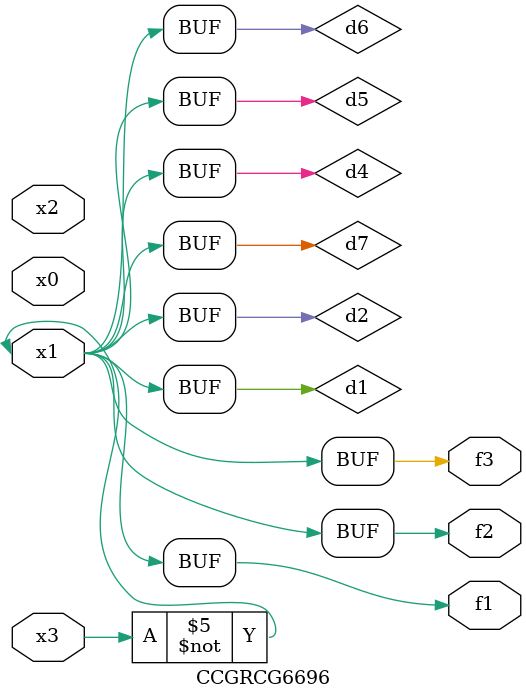
<source format=v>
module CCGRCG6696(
	input x0, x1, x2, x3,
	output f1, f2, f3
);

	wire d1, d2, d3, d4, d5, d6, d7;

	not (d1, x3);
	buf (d2, x1);
	xnor (d3, d1, d2);
	nor (d4, d1);
	buf (d5, d1, d2);
	buf (d6, d4, d5);
	nand (d7, d4);
	assign f1 = d6;
	assign f2 = d7;
	assign f3 = d6;
endmodule

</source>
